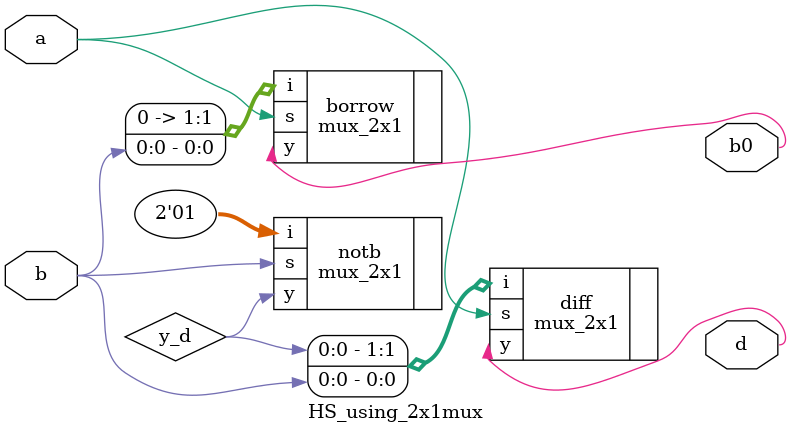
<source format=v>
`timescale 1ns / 1ps


module HS_using_2x1mux(a,b,d,b0);

input a,b;
output d,b0;
wire y_d;

mux_2x1 diff(.i({y_d,b}),.s(a),.y(d));
mux_2x1 borrow(.i({1'b0,b}),.s(a),.y(b0));
mux_2x1 notb(.i({1'b0,1'b1}),.s(b),.y(y_d));

endmodule

</source>
